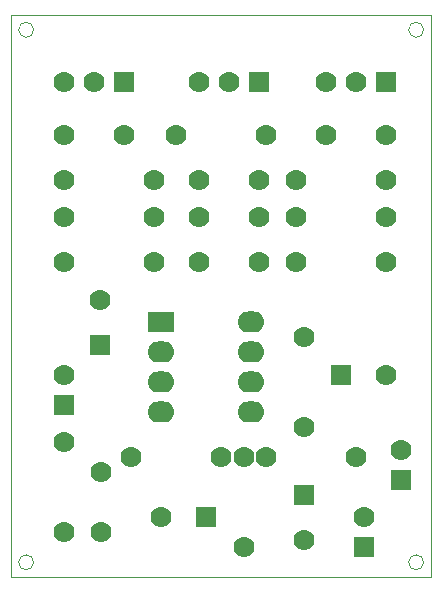
<source format=gts>
%FSLAX46Y46*%
G04 Gerber Fmt 4.6, Leading zero omitted, Abs format (unit mm)*
G04 Created by KiCad (PCBNEW (2014-08-26 BZR 5101)-product) date 01/09/2014 17:58:47*
%MOMM*%
G01*
G04 APERTURE LIST*
%ADD10C,0.100000*%
%ADD11C,1.778000*%
%ADD12R,1.778000X1.778000*%
%ADD13R,2.286000X1.778000*%
%ADD14O,2.286000X1.778000*%
G04 APERTURE END LIST*
D10*
X112395000Y-123825000D02*
X147955000Y-123825000D01*
X112395000Y-76200000D02*
X147955000Y-76200000D01*
X114300000Y-122555000D02*
G75*
G03X114300000Y-122555000I-635000J0D01*
G74*
G01*
X147320000Y-122555000D02*
G75*
G03X147320000Y-122555000I-635000J0D01*
G74*
G01*
X147320000Y-77470000D02*
G75*
G03X147320000Y-77470000I-635000J0D01*
G74*
G01*
X114300000Y-77470000D02*
G75*
G03X114300000Y-77470000I-635000J0D01*
G74*
G01*
X112395000Y-123825000D02*
X112395000Y-76200000D01*
X147955000Y-76200000D02*
X147955000Y-123825000D01*
D11*
X120015000Y-120015000D03*
X120015000Y-114935000D03*
D12*
X119888000Y-104140000D03*
D11*
X119888000Y-100330000D03*
X128270000Y-90170000D03*
X133350000Y-90170000D03*
X128270000Y-93345000D03*
X133350000Y-93345000D03*
X139065000Y-86360000D03*
X144145000Y-86360000D03*
X116840000Y-86360000D03*
X121920000Y-86360000D03*
D12*
X140335000Y-106680000D03*
D11*
X144145000Y-106680000D03*
D12*
X128905000Y-118745000D03*
D11*
X125095000Y-118745000D03*
D12*
X137160000Y-116840000D03*
D11*
X137160000Y-120650000D03*
D12*
X116840000Y-109220000D03*
D11*
X116840000Y-106680000D03*
D12*
X145415000Y-115570000D03*
D11*
X145415000Y-113030000D03*
D12*
X142240000Y-121285000D03*
D11*
X142240000Y-118745000D03*
X116840000Y-120015000D03*
X116840000Y-112395000D03*
X130175000Y-113665000D03*
X122555000Y-113665000D03*
X124460000Y-90170000D03*
X116840000Y-90170000D03*
X124460000Y-93345000D03*
X116840000Y-93345000D03*
X116840000Y-97155000D03*
X124460000Y-97155000D03*
X133985000Y-86360000D03*
X126365000Y-86360000D03*
X144145000Y-90170000D03*
X136525000Y-90170000D03*
X144145000Y-93345000D03*
X136525000Y-93345000D03*
X144145000Y-97155000D03*
X136525000Y-97155000D03*
X137160000Y-111125000D03*
X137160000Y-103505000D03*
X133985000Y-113665000D03*
X141605000Y-113665000D03*
X132080000Y-121285000D03*
X132080000Y-113665000D03*
D12*
X144145000Y-81915000D03*
D11*
X141605000Y-81915000D03*
X139065000Y-81915000D03*
D12*
X133350000Y-81915000D03*
D11*
X130810000Y-81915000D03*
X128270000Y-81915000D03*
D12*
X121920000Y-81915000D03*
D11*
X119380000Y-81915000D03*
X116840000Y-81915000D03*
D13*
X125095000Y-102235000D03*
D14*
X125095000Y-104775000D03*
X125095000Y-107315000D03*
X125095000Y-109855000D03*
X132715000Y-109855000D03*
X132715000Y-107315000D03*
X132715000Y-104775000D03*
X132715000Y-102235000D03*
D11*
X128270000Y-97155000D03*
X133350000Y-97155000D03*
M02*

</source>
